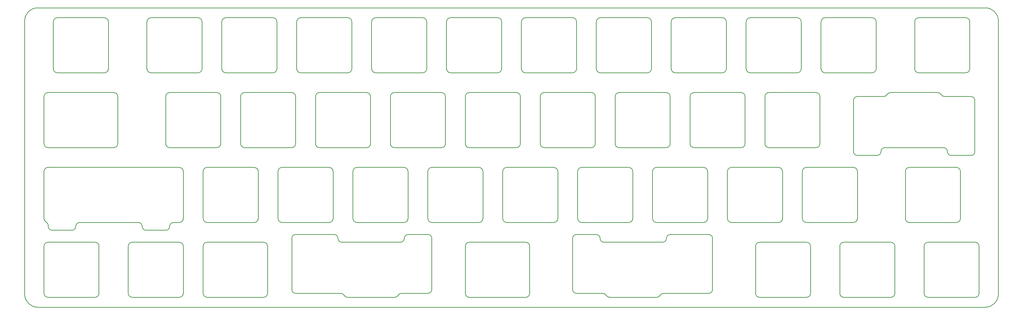
<source format=gbr>
%TF.GenerationSoftware,KiCad,Pcbnew,5.1.7-a382d34a8~88~ubuntu20.04.1*%
%TF.CreationDate,2021-04-20T00:24:46+02:00*%
%TF.ProjectId,romeo-plate,726f6d65-6f2d-4706-9c61-74652e6b6963,rev?*%
%TF.SameCoordinates,Original*%
%TF.FileFunction,Soldermask,Top*%
%TF.FilePolarity,Negative*%
%FSLAX46Y46*%
G04 Gerber Fmt 4.6, Leading zero omitted, Abs format (unit mm)*
G04 Created by KiCad (PCBNEW 5.1.7-a382d34a8~88~ubuntu20.04.1) date 2021-04-20 00:24:46*
%MOMM*%
%LPD*%
G01*
G04 APERTURE LIST*
%TA.AperFunction,Profile*%
%ADD10C,0.200000*%
%TD*%
%TA.AperFunction,Profile*%
%ADD11C,0.150000*%
%TD*%
G04 APERTURE END LIST*
D10*
X136725000Y-87775000D02*
X148725000Y-87775000D01*
X193875000Y-87775000D02*
X205875000Y-87775000D01*
X155775000Y-101775000D02*
G75*
G02*
X154775000Y-100775000I0J1000000D01*
G01*
X36655750Y-121825000D02*
G75*
G02*
X37655750Y-120825000I1000000J0D01*
G01*
X243015224Y-88275000D02*
G75*
G02*
X242149199Y-88775000I-866025J500000D01*
G01*
X116675000Y-100775000D02*
X116675000Y-88775000D01*
X234443250Y-102775000D02*
X234443250Y-89775000D01*
X46331250Y-101775000D02*
X29568750Y-101775000D01*
X28568750Y-100775000D02*
X28568750Y-88775000D01*
X215400000Y-120825000D02*
X203400000Y-120825000D01*
X158250000Y-120825000D02*
X146250000Y-120825000D01*
X116675000Y-88775000D02*
G75*
G02*
X117675000Y-87775000I1000000J0D01*
G01*
X196350000Y-106825000D02*
G75*
G02*
X197350000Y-107825000I0J-1000000D01*
G01*
X69050000Y-119825000D02*
X69050000Y-107825000D01*
X257613301Y-88775000D02*
X264319250Y-88775000D01*
X28568750Y-88775000D02*
G75*
G02*
X29568750Y-87775000I1000000J0D01*
G01*
X83050000Y-119825000D02*
G75*
G02*
X82050000Y-120825000I-1000000J0D01*
G01*
X139200000Y-106825000D02*
G75*
G02*
X140200000Y-107825000I0J-1000000D01*
G01*
X168775000Y-100775000D02*
G75*
G02*
X167775000Y-101775000I-1000000J0D01*
G01*
X208162500Y-82725000D02*
G75*
G02*
X207162500Y-81725000I0J1000000D01*
G01*
X111912500Y-81725000D02*
X111912500Y-69725000D01*
X186825000Y-87775000D02*
G75*
G02*
X187825000Y-88775000I0J-1000000D01*
G01*
X205875000Y-87775000D02*
G75*
G02*
X206875000Y-88775000I0J-1000000D01*
G01*
X240212500Y-81725000D02*
G75*
G02*
X239212500Y-82725000I-1000000J0D01*
G01*
X74812500Y-82725000D02*
G75*
G02*
X73812500Y-81725000I0J1000000D01*
G01*
X192875000Y-88775000D02*
G75*
G02*
X193875000Y-87775000I1000000J0D01*
G01*
X225925000Y-88775000D02*
X225925000Y-100775000D01*
X227212500Y-68725000D02*
X239212500Y-68725000D01*
X239212500Y-82725000D02*
X227212500Y-82725000D01*
X227212500Y-82725000D02*
G75*
G02*
X226212500Y-81725000I0J1000000D01*
G01*
X239212500Y-68725000D02*
G75*
G02*
X240212500Y-69725000I0J-1000000D01*
G01*
X241443250Y-102775000D02*
G75*
G02*
X240443250Y-103775000I-1000000J0D01*
G01*
X112912500Y-68725000D02*
X124912500Y-68725000D01*
X35655750Y-122825000D02*
X30655750Y-122825000D01*
X112912500Y-82725000D02*
G75*
G02*
X111912500Y-81725000I0J1000000D01*
G01*
X36655750Y-121825000D02*
G75*
G02*
X35655750Y-122825000I-1000000J0D01*
G01*
X264319250Y-103775000D02*
X259319250Y-103775000D01*
X235443250Y-88775000D02*
X242149199Y-88775000D01*
X149725000Y-100775000D02*
G75*
G02*
X148725000Y-101775000I-1000000J0D01*
G01*
X265319250Y-89775000D02*
X265319250Y-102775000D01*
X41568750Y-139875000D02*
X29568750Y-139875000D01*
X206875000Y-88775000D02*
X206875000Y-100775000D01*
X47331250Y-100775000D02*
G75*
G02*
X46331250Y-101775000I-1000000J0D01*
G01*
X183350000Y-119825000D02*
X183350000Y-107825000D01*
X216400000Y-107825000D02*
X216400000Y-119825000D01*
X89100000Y-106825000D02*
X101100000Y-106825000D01*
X130675000Y-100775000D02*
G75*
G02*
X129675000Y-101775000I-1000000J0D01*
G01*
X146250000Y-120825000D02*
G75*
G02*
X145250000Y-119825000I0J1000000D01*
G01*
X221162500Y-81725000D02*
G75*
G02*
X220162500Y-82725000I-1000000J0D01*
G01*
X120150000Y-120825000D02*
X108150000Y-120825000D01*
X126200000Y-119825000D02*
X126200000Y-107825000D01*
X146250000Y-106825000D02*
X158250000Y-106825000D01*
X224925000Y-87775000D02*
G75*
G02*
X225925000Y-88775000I0J-1000000D01*
G01*
X129675000Y-101775000D02*
X117675000Y-101775000D01*
X107150000Y-119825000D02*
X107150000Y-107825000D01*
X178300000Y-119825000D02*
G75*
G02*
X177300000Y-120825000I-1000000J0D01*
G01*
X129675000Y-87775000D02*
G75*
G02*
X130675000Y-88775000I0J-1000000D01*
G01*
X202400000Y-119825000D02*
X202400000Y-107825000D01*
X216400000Y-119825000D02*
G75*
G02*
X215400000Y-120825000I-1000000J0D01*
G01*
X211925000Y-88775000D02*
G75*
G02*
X212925000Y-87775000I1000000J0D01*
G01*
X120150000Y-106825000D02*
G75*
G02*
X121150000Y-107825000I0J-1000000D01*
G01*
X158250000Y-106825000D02*
G75*
G02*
X159250000Y-107825000I0J-1000000D01*
G01*
X108150000Y-120825000D02*
G75*
G02*
X107150000Y-119825000I0J1000000D01*
G01*
X121150000Y-119825000D02*
G75*
G02*
X120150000Y-120825000I-1000000J0D01*
G01*
X177300000Y-106825000D02*
G75*
G02*
X178300000Y-107825000I0J-1000000D01*
G01*
X145250000Y-119825000D02*
X145250000Y-107825000D01*
X202400000Y-107825000D02*
G75*
G02*
X203400000Y-106825000I1000000J0D01*
G01*
X108150000Y-106825000D02*
X120150000Y-106825000D01*
X212925000Y-87775000D02*
X224925000Y-87775000D01*
X117675000Y-101775000D02*
G75*
G02*
X116675000Y-100775000I0J1000000D01*
G01*
X117675000Y-87775000D02*
X129675000Y-87775000D01*
X145250000Y-107825000D02*
G75*
G02*
X146250000Y-106825000I1000000J0D01*
G01*
X173825000Y-88775000D02*
G75*
G02*
X174825000Y-87775000I1000000J0D01*
G01*
X215400000Y-106825000D02*
G75*
G02*
X216400000Y-107825000I0J-1000000D01*
G01*
X107150000Y-107825000D02*
G75*
G02*
X108150000Y-106825000I1000000J0D01*
G01*
X102100000Y-119825000D02*
G75*
G02*
X101100000Y-120825000I-1000000J0D01*
G01*
X140200000Y-119825000D02*
G75*
G02*
X139200000Y-120825000I-1000000J0D01*
G01*
X139200000Y-120825000D02*
X127200000Y-120825000D01*
X203400000Y-106825000D02*
X215400000Y-106825000D01*
X130675000Y-88775000D02*
X130675000Y-100775000D01*
X220162500Y-82725000D02*
X208162500Y-82725000D01*
X140200000Y-107825000D02*
X140200000Y-119825000D01*
X102100000Y-107825000D02*
X102100000Y-119825000D01*
X127200000Y-120825000D02*
G75*
G02*
X126200000Y-119825000I0J1000000D01*
G01*
X29568750Y-87775000D02*
X46331250Y-87775000D01*
X148725000Y-87775000D02*
G75*
G02*
X149725000Y-88775000I0J-1000000D01*
G01*
X164300000Y-119825000D02*
X164300000Y-107825000D01*
X29568750Y-101775000D02*
G75*
G02*
X28568750Y-100775000I0J1000000D01*
G01*
X264319250Y-88775000D02*
G75*
G02*
X265319250Y-89775000I0J-1000000D01*
G01*
X86812500Y-82725000D02*
X74812500Y-82725000D01*
X167775000Y-101775000D02*
X155775000Y-101775000D01*
X197350000Y-107825000D02*
X197350000Y-119825000D01*
X46331250Y-87775000D02*
G75*
G02*
X47331250Y-88775000I0J-1000000D01*
G01*
X124912500Y-68725000D02*
G75*
G02*
X125912500Y-69725000I0J-1000000D01*
G01*
X28568750Y-138875000D02*
X28568750Y-126875000D01*
X111912500Y-69725000D02*
G75*
G02*
X112912500Y-68725000I1000000J0D01*
G01*
X193875000Y-101775000D02*
G75*
G02*
X192875000Y-100775000I0J1000000D01*
G01*
X28568750Y-126875000D02*
G75*
G02*
X29568750Y-125875000I1000000J0D01*
G01*
X88100000Y-119825000D02*
X88100000Y-107825000D01*
X168775000Y-88775000D02*
X168775000Y-100775000D01*
X224925000Y-101775000D02*
X212925000Y-101775000D01*
X255881250Y-87774999D02*
G75*
G02*
X256747276Y-88275000I0J-1000001D01*
G01*
X159250000Y-107825000D02*
X159250000Y-119825000D01*
X29568750Y-139875000D02*
G75*
G02*
X28568750Y-138875000I0J1000000D01*
G01*
X178300000Y-107825000D02*
X178300000Y-119825000D01*
X41568750Y-125875000D02*
G75*
G02*
X42568750Y-126875000I0J-1000000D01*
G01*
X177300000Y-120825000D02*
X165300000Y-120825000D01*
X73812500Y-81725000D02*
X73812500Y-69725000D01*
X197350000Y-119825000D02*
G75*
G02*
X196350000Y-120825000I-1000000J0D01*
G01*
X186825000Y-101775000D02*
X174825000Y-101775000D01*
X42568750Y-126875000D02*
X42568750Y-138875000D01*
X226212500Y-81725000D02*
X226212500Y-69725000D01*
X82050000Y-106825000D02*
G75*
G02*
X83050000Y-107825000I0J-1000000D01*
G01*
X73525000Y-100775000D02*
G75*
G02*
X72525000Y-101775000I-1000000J0D01*
G01*
X127206750Y-124875000D02*
X127206750Y-137875000D01*
X60525000Y-101775000D02*
G75*
G02*
X59525000Y-100775000I0J1000000D01*
G01*
X73525000Y-88775000D02*
X73525000Y-100775000D01*
X72525000Y-87775000D02*
G75*
G02*
X73525000Y-88775000I0J-1000000D01*
G01*
X60525000Y-87775000D02*
X72525000Y-87775000D01*
X264025000Y-81725000D02*
G75*
G02*
X263025000Y-82725000I-1000000J0D01*
G01*
X72525000Y-101775000D02*
X60525000Y-101775000D01*
X231975000Y-125875000D02*
X243975000Y-125875000D01*
X54762500Y-69725000D02*
G75*
G02*
X55762500Y-68725000I1000000J0D01*
G01*
X111625000Y-88775000D02*
X111625000Y-100775000D01*
X104330750Y-125875000D02*
X119206750Y-125875000D01*
X97625000Y-88775000D02*
G75*
G02*
X98625000Y-87775000I1000000J0D01*
G01*
X104036699Y-138874999D02*
G75*
G02*
X104902725Y-139375000I0J-1000001D01*
G01*
X98625000Y-87775000D02*
X110625000Y-87775000D01*
X110625000Y-87775000D02*
G75*
G02*
X111625000Y-88775000I0J-1000000D01*
G01*
X55762500Y-68725000D02*
X67762500Y-68725000D01*
X111625000Y-100775000D02*
G75*
G02*
X110625000Y-101775000I-1000000J0D01*
G01*
X172443750Y-139875000D02*
G75*
G02*
X171577725Y-139375000I0J1000000D01*
G01*
X202112500Y-81725000D02*
G75*
G02*
X201112500Y-82725000I-1000000J0D01*
G01*
X91575000Y-87775000D02*
G75*
G02*
X92575000Y-88775000I0J-1000000D01*
G01*
X55762500Y-82725000D02*
G75*
G02*
X54762500Y-81725000I0J1000000D01*
G01*
X183062500Y-81725000D02*
G75*
G02*
X182062500Y-82725000I-1000000J0D01*
G01*
X106862500Y-69725000D02*
X106862500Y-81725000D01*
X110625000Y-101775000D02*
X98625000Y-101775000D01*
X84431250Y-139875000D02*
X70050000Y-139875000D01*
X126206750Y-123875000D02*
G75*
G02*
X127206750Y-124875000I0J-1000000D01*
G01*
X68762500Y-69725000D02*
X68762500Y-81725000D01*
X52531750Y-120825000D02*
G75*
G02*
X53531750Y-121825000I0J-1000000D01*
G01*
X104036699Y-138875000D02*
X92606250Y-138875000D01*
X106862500Y-81725000D02*
G75*
G02*
X105862500Y-82725000I-1000000J0D01*
G01*
X98625000Y-101775000D02*
G75*
G02*
X97625000Y-100775000I0J1000000D01*
G01*
X163005750Y-124875000D02*
G75*
G02*
X164005750Y-123875000I1000000J0D01*
G01*
X151012500Y-68725000D02*
X163012500Y-68725000D01*
X121150000Y-107825000D02*
X121150000Y-119825000D01*
X226212500Y-69725000D02*
G75*
G02*
X227212500Y-68725000I1000000J0D01*
G01*
X31950000Y-68725000D02*
X43950000Y-68725000D01*
X201112500Y-68725000D02*
G75*
G02*
X202112500Y-69725000I0J-1000000D01*
G01*
X105862500Y-82725000D02*
X93862500Y-82725000D01*
X163005750Y-137875000D02*
X163005750Y-124875000D01*
X222450000Y-120825000D02*
G75*
G02*
X221450000Y-119825000I0J1000000D01*
G01*
X118634776Y-139375000D02*
G75*
G02*
X119500801Y-138875000I866025J-500000D01*
G01*
X84431250Y-125875000D02*
G75*
G02*
X85431250Y-126875000I0J-1000000D01*
G01*
X43950000Y-82725000D02*
X31950000Y-82725000D01*
X184350000Y-120825000D02*
G75*
G02*
X183350000Y-119825000I0J1000000D01*
G01*
X211925000Y-100775000D02*
X211925000Y-88775000D01*
X263025000Y-82725000D02*
X251025000Y-82725000D01*
X59525000Y-100775000D02*
X59525000Y-88775000D01*
X83050000Y-107825000D02*
X83050000Y-119825000D01*
X54762500Y-81725000D02*
X54762500Y-69725000D01*
X97625000Y-100775000D02*
X97625000Y-88775000D01*
X221162500Y-69725000D02*
X221162500Y-81725000D01*
X187825000Y-88775000D02*
X187825000Y-100775000D01*
X143962500Y-82725000D02*
X131962500Y-82725000D01*
X43950000Y-68725000D02*
G75*
G02*
X44950000Y-69725000I0J-1000000D01*
G01*
X252406250Y-126875000D02*
G75*
G02*
X253406250Y-125875000I1000000J0D01*
G01*
X253406250Y-125875000D02*
X265406250Y-125875000D01*
X135725000Y-138875000D02*
X135725000Y-126875000D01*
X164012500Y-81725000D02*
G75*
G02*
X163012500Y-82725000I-1000000J0D01*
G01*
X67762500Y-82725000D02*
X55762500Y-82725000D01*
X174825000Y-101775000D02*
G75*
G02*
X173825000Y-100775000I0J1000000D01*
G01*
X101100000Y-106825000D02*
G75*
G02*
X102100000Y-107825000I0J-1000000D01*
G01*
X251025000Y-82725000D02*
G75*
G02*
X250025000Y-81725000I0J1000000D01*
G01*
X79575000Y-101775000D02*
G75*
G02*
X78575000Y-100775000I0J1000000D01*
G01*
X173825000Y-100775000D02*
X173825000Y-88775000D01*
X207162500Y-81725000D02*
X207162500Y-69725000D01*
X250025000Y-81725000D02*
X250025000Y-69725000D01*
X135725000Y-88775000D02*
G75*
G02*
X136725000Y-87775000I1000000J0D01*
G01*
X235450000Y-107825000D02*
X235450000Y-119825000D01*
X169062500Y-69725000D02*
G75*
G02*
X170062500Y-68725000I1000000J0D01*
G01*
X265406250Y-125875000D02*
G75*
G02*
X266406250Y-126875000I0J-1000000D01*
G01*
X205875000Y-101775000D02*
X193875000Y-101775000D01*
X183062500Y-69725000D02*
X183062500Y-81725000D01*
X212925000Y-101775000D02*
G75*
G02*
X211925000Y-100775000I0J1000000D01*
G01*
X182062500Y-82725000D02*
X170062500Y-82725000D01*
X92575000Y-88775000D02*
X92575000Y-100775000D01*
X92606250Y-123875000D02*
X102330750Y-123875000D01*
X231975000Y-139875000D02*
G75*
G02*
X230975000Y-138875000I0J1000000D01*
G01*
X192875000Y-100775000D02*
X192875000Y-88775000D01*
X29568750Y-125875000D02*
X41568750Y-125875000D01*
X266406250Y-126875000D02*
X266406250Y-138875000D01*
X266406250Y-138875000D02*
G75*
G02*
X265406250Y-139875000I-1000000J0D01*
G01*
X243881250Y-87775000D02*
X255881250Y-87775000D01*
X165300000Y-120825000D02*
G75*
G02*
X164300000Y-119825000I0J1000000D01*
G01*
X60531750Y-121825000D02*
G75*
G02*
X61531750Y-120825000I1000000J0D01*
G01*
X63000000Y-106825000D02*
G75*
G02*
X64000000Y-107825000I0J-1000000D01*
G01*
X170062500Y-82725000D02*
G75*
G02*
X169062500Y-81725000I0J1000000D01*
G01*
X85431250Y-126875000D02*
X85431250Y-138875000D01*
X136725000Y-139875000D02*
G75*
G02*
X135725000Y-138875000I0J1000000D01*
G01*
X60531750Y-121825000D02*
G75*
G02*
X59531750Y-122825000I-1000000J0D01*
G01*
X28568750Y-107825000D02*
G75*
G02*
X29568750Y-106825000I1000000J0D01*
G01*
X210543750Y-125875000D02*
X222543750Y-125875000D01*
X171005750Y-125875000D02*
X185881750Y-125875000D01*
X252406250Y-138875000D02*
X252406250Y-126875000D01*
X197606250Y-123875000D02*
G75*
G02*
X198606250Y-124875000I0J-1000000D01*
G01*
X63000000Y-125875000D02*
G75*
G02*
X64000000Y-126875000I0J-1000000D01*
G01*
X135725000Y-126875000D02*
G75*
G02*
X136725000Y-125875000I1000000J0D01*
G01*
X144962500Y-69725000D02*
X144962500Y-81725000D01*
X59525000Y-88775000D02*
G75*
G02*
X60525000Y-87775000I1000000J0D01*
G01*
X164012500Y-69725000D02*
X164012500Y-81725000D01*
X264025000Y-69725000D02*
X264025000Y-81725000D01*
X207162500Y-69725000D02*
G75*
G02*
X208162500Y-68725000I1000000J0D01*
G01*
X247643750Y-107825000D02*
G75*
G02*
X248643750Y-106825000I1000000J0D01*
G01*
X78575000Y-88775000D02*
G75*
G02*
X79575000Y-87775000I1000000J0D01*
G01*
X169062500Y-81725000D02*
X169062500Y-69725000D01*
X263025000Y-68725000D02*
G75*
G02*
X264025000Y-69725000I0J-1000000D01*
G01*
X92575000Y-100775000D02*
G75*
G02*
X91575000Y-101775000I-1000000J0D01*
G01*
X247643750Y-119825000D02*
X247643750Y-107825000D01*
X152106250Y-138875000D02*
G75*
G02*
X151106250Y-139875000I-1000000J0D01*
G01*
X91606250Y-137875000D02*
X91606250Y-124875000D01*
X74812500Y-68725000D02*
X86812500Y-68725000D01*
X225925000Y-100775000D02*
G75*
G02*
X224925000Y-101775000I-1000000J0D01*
G01*
X251025000Y-68725000D02*
X263025000Y-68725000D01*
X230975000Y-126875000D02*
G75*
G02*
X231975000Y-125875000I1000000J0D01*
G01*
X143962500Y-68725000D02*
G75*
G02*
X144962500Y-69725000I0J-1000000D01*
G01*
X87812500Y-81725000D02*
G75*
G02*
X86812500Y-82725000I-1000000J0D01*
G01*
X30950000Y-69725000D02*
G75*
G02*
X31950000Y-68725000I1000000J0D01*
G01*
X184443750Y-139875000D02*
X172443750Y-139875000D01*
X88100000Y-107825000D02*
G75*
G02*
X89100000Y-106825000I1000000J0D01*
G01*
X63000000Y-120825000D02*
X61531750Y-120825000D01*
X47331250Y-88775000D02*
X47331250Y-100775000D01*
X250025000Y-69725000D02*
G75*
G02*
X251025000Y-68725000I1000000J0D01*
G01*
X29568750Y-106825000D02*
X63000000Y-106825000D01*
X50000000Y-126875000D02*
G75*
G02*
X51000000Y-125875000I1000000J0D01*
G01*
X244975000Y-126875000D02*
X244975000Y-138875000D01*
X174825000Y-87775000D02*
X186825000Y-87775000D01*
X87812500Y-69725000D02*
X87812500Y-81725000D01*
X86812500Y-68725000D02*
G75*
G02*
X87812500Y-69725000I0J-1000000D01*
G01*
X243975000Y-125875000D02*
G75*
G02*
X244975000Y-126875000I0J-1000000D01*
G01*
X222450000Y-106825000D02*
X234450000Y-106825000D01*
X70050000Y-106825000D02*
X82050000Y-106825000D01*
X104330750Y-125875000D02*
G75*
G02*
X103330750Y-124875000I0J1000000D01*
G01*
X73812500Y-69725000D02*
G75*
G02*
X74812500Y-68725000I1000000J0D01*
G01*
X151012500Y-82725000D02*
G75*
G02*
X150012500Y-81725000I0J1000000D01*
G01*
X64000000Y-107825000D02*
X64000000Y-119825000D01*
X149725000Y-88775000D02*
X149725000Y-100775000D01*
X170062500Y-68725000D02*
X182062500Y-68725000D01*
X91606250Y-124875000D02*
G75*
G02*
X92606250Y-123875000I1000000J0D01*
G01*
X79575000Y-87775000D02*
X91575000Y-87775000D01*
X59531750Y-122825000D02*
X54531750Y-122825000D01*
X101100000Y-120825000D02*
X89100000Y-120825000D01*
X265319250Y-102775000D02*
G75*
G02*
X264319250Y-103775000I-1000000J0D01*
G01*
X196350000Y-120825000D02*
X184350000Y-120825000D01*
X125912500Y-69725000D02*
X125912500Y-81725000D01*
X125912500Y-81725000D02*
G75*
G02*
X124912500Y-82725000I-1000000J0D01*
G01*
X54531750Y-122825000D02*
G75*
G02*
X53531750Y-121825000I0J1000000D01*
G01*
X29112250Y-120714724D02*
G75*
G02*
X29655750Y-121604447I-456500J-889723D01*
G01*
X257613301Y-88775000D02*
G75*
G02*
X256747276Y-88275000I0J1000000D01*
G01*
X241443250Y-102775000D02*
G75*
G02*
X242443250Y-101775000I1000000J0D01*
G01*
X257319250Y-101775000D02*
X242443250Y-101775000D01*
X240443250Y-103775000D02*
X235443250Y-103775000D01*
X234443250Y-89775000D02*
G75*
G02*
X235443250Y-88775000I1000000J0D01*
G01*
X259319250Y-103775000D02*
G75*
G02*
X258319250Y-102775000I0J1000000D01*
G01*
X240212500Y-69725000D02*
X240212500Y-81725000D01*
X167775000Y-87775000D02*
G75*
G02*
X168775000Y-88775000I0J-1000000D01*
G01*
X203400000Y-120825000D02*
G75*
G02*
X202400000Y-119825000I0J1000000D01*
G01*
X187881750Y-123875000D02*
X197606250Y-123875000D01*
X235443250Y-103775000D02*
G75*
G02*
X234443250Y-102775000I0J1000000D01*
G01*
X187825000Y-100775000D02*
G75*
G02*
X186825000Y-101775000I-1000000J0D01*
G01*
X82050000Y-120825000D02*
X70050000Y-120825000D01*
X28568750Y-119825000D02*
X28568750Y-107825000D01*
X69050000Y-107825000D02*
G75*
G02*
X70050000Y-106825000I1000000J0D01*
G01*
X257319250Y-101775000D02*
G75*
G02*
X258319250Y-102775000I0J-1000000D01*
G01*
X164300000Y-107825000D02*
G75*
G02*
X165300000Y-106825000I1000000J0D01*
G01*
X189112500Y-68725000D02*
X201112500Y-68725000D01*
X220162500Y-68725000D02*
G75*
G02*
X221162500Y-69725000I0J-1000000D01*
G01*
X69050000Y-138875000D02*
X69050000Y-126875000D01*
X93862500Y-82725000D02*
G75*
G02*
X92862500Y-81725000I0J1000000D01*
G01*
X184350000Y-106825000D02*
X196350000Y-106825000D01*
X222543750Y-139875000D02*
X210543750Y-139875000D01*
X163012500Y-68725000D02*
G75*
G02*
X164012500Y-69725000I0J-1000000D01*
G01*
X202112500Y-69725000D02*
X202112500Y-81725000D01*
X64000000Y-126875000D02*
X64000000Y-138875000D01*
X51000000Y-125875000D02*
X63000000Y-125875000D01*
X70050000Y-125875000D02*
X84431250Y-125875000D01*
X170711699Y-138874999D02*
G75*
G02*
X171577725Y-139375000I0J-1000001D01*
G01*
X210543750Y-139875000D02*
G75*
G02*
X209543750Y-138875000I0J1000000D01*
G01*
X152106250Y-126875000D02*
X152106250Y-138875000D01*
X144962500Y-81725000D02*
G75*
G02*
X143962500Y-82725000I-1000000J0D01*
G01*
X51000000Y-139875000D02*
G75*
G02*
X50000000Y-138875000I0J1000000D01*
G01*
X92606250Y-138875000D02*
G75*
G02*
X91606250Y-137875000I0J1000000D01*
G01*
X92862500Y-69725000D02*
G75*
G02*
X93862500Y-68725000I1000000J0D01*
G01*
X126206750Y-138875000D02*
X119500801Y-138875000D01*
X209543750Y-138875000D02*
X209543750Y-126875000D01*
X93862500Y-68725000D02*
X105862500Y-68725000D01*
X248643750Y-106825000D02*
X260643750Y-106825000D01*
X155775000Y-87775000D02*
X167775000Y-87775000D01*
X197606250Y-138875000D02*
X186175801Y-138875000D01*
X201112500Y-82725000D02*
X189112500Y-82725000D01*
X170711699Y-138875000D02*
X164005750Y-138875000D01*
X105768750Y-139875000D02*
G75*
G02*
X104902725Y-139375000I0J1000000D01*
G01*
X235450000Y-119825000D02*
G75*
G02*
X234450000Y-120825000I-1000000J0D01*
G01*
X64000000Y-119825000D02*
G75*
G02*
X63000000Y-120825000I-1000000J0D01*
G01*
X188112500Y-69725000D02*
G75*
G02*
X189112500Y-68725000I1000000J0D01*
G01*
X89100000Y-120825000D02*
G75*
G02*
X88100000Y-119825000I0J1000000D01*
G01*
X150012500Y-81725000D02*
X150012500Y-69725000D01*
X261643750Y-107825000D02*
X261643750Y-119825000D01*
X78575000Y-100775000D02*
X78575000Y-88775000D01*
X121206750Y-123875000D02*
X126206750Y-123875000D01*
X29112250Y-120714723D02*
G75*
G02*
X28568750Y-119825000I456500J889723D01*
G01*
X42568750Y-138875000D02*
G75*
G02*
X41568750Y-139875000I-1000000J0D01*
G01*
X221450000Y-107825000D02*
G75*
G02*
X222450000Y-106825000I1000000J0D01*
G01*
X69050000Y-126875000D02*
G75*
G02*
X70050000Y-125875000I1000000J0D01*
G01*
X223543750Y-138875000D02*
G75*
G02*
X222543750Y-139875000I-1000000J0D01*
G01*
X85431250Y-138875000D02*
G75*
G02*
X84431250Y-139875000I-1000000J0D01*
G01*
X163012500Y-82725000D02*
X151012500Y-82725000D01*
X151106250Y-139875000D02*
X136725000Y-139875000D01*
X131962500Y-68725000D02*
X143962500Y-68725000D01*
X234450000Y-120825000D02*
X222450000Y-120825000D01*
X198606250Y-137875000D02*
G75*
G02*
X197606250Y-138875000I-1000000J0D01*
G01*
X151106250Y-125875000D02*
G75*
G02*
X152106250Y-126875000I0J-1000000D01*
G01*
X136725000Y-125875000D02*
X151106250Y-125875000D01*
X164005750Y-123875000D02*
X169005750Y-123875000D01*
X182062500Y-68725000D02*
G75*
G02*
X183062500Y-69725000I0J-1000000D01*
G01*
X67762500Y-68725000D02*
G75*
G02*
X68762500Y-69725000I0J-1000000D01*
G01*
X185309776Y-139375000D02*
G75*
G02*
X186175801Y-138875000I866025J-500000D01*
G01*
X248643750Y-120825000D02*
G75*
G02*
X247643750Y-119825000I0J1000000D01*
G01*
X124912500Y-82725000D02*
X112912500Y-82725000D01*
X234450000Y-106825000D02*
G75*
G02*
X235450000Y-107825000I0J-1000000D01*
G01*
X260643750Y-120825000D02*
X248643750Y-120825000D01*
X222543750Y-125875000D02*
G75*
G02*
X223543750Y-126875000I0J-1000000D01*
G01*
X31950000Y-82725000D02*
G75*
G02*
X30950000Y-81725000I0J1000000D01*
G01*
X105862500Y-68725000D02*
G75*
G02*
X106862500Y-69725000I0J-1000000D01*
G01*
X117768750Y-139875000D02*
X105768750Y-139875000D01*
X165300000Y-106825000D02*
X177300000Y-106825000D01*
X120206750Y-124875000D02*
G75*
G02*
X121206750Y-123875000I1000000J0D01*
G01*
X150012500Y-69725000D02*
G75*
G02*
X151012500Y-68725000I1000000J0D01*
G01*
X265406250Y-139875000D02*
X253406250Y-139875000D01*
X154775000Y-88775000D02*
G75*
G02*
X155775000Y-87775000I1000000J0D01*
G01*
X261643750Y-119825000D02*
G75*
G02*
X260643750Y-120825000I-1000000J0D01*
G01*
X260643750Y-106825000D02*
G75*
G02*
X261643750Y-107825000I0J-1000000D01*
G01*
X189112500Y-82725000D02*
G75*
G02*
X188112500Y-81725000I0J1000000D01*
G01*
X221450000Y-119825000D02*
X221450000Y-107825000D01*
X63000000Y-139875000D02*
X51000000Y-139875000D01*
X120206750Y-124875000D02*
G75*
G02*
X119206750Y-125875000I-1000000J0D01*
G01*
X171005750Y-125875000D02*
G75*
G02*
X170005750Y-124875000I0J1000000D01*
G01*
X206875000Y-100775000D02*
G75*
G02*
X205875000Y-101775000I-1000000J0D01*
G01*
X198606250Y-124875000D02*
X198606250Y-137875000D01*
X209543750Y-126875000D02*
G75*
G02*
X210543750Y-125875000I1000000J0D01*
G01*
X130962500Y-69725000D02*
G75*
G02*
X131962500Y-68725000I1000000J0D01*
G01*
X44950000Y-69725000D02*
X44950000Y-81725000D01*
X30655750Y-122825000D02*
G75*
G02*
X29655750Y-121825000I0J1000000D01*
G01*
X185309775Y-139375000D02*
G75*
G02*
X184443750Y-139875000I-866025J500000D01*
G01*
X253406250Y-139875000D02*
G75*
G02*
X252406250Y-138875000I0J1000000D01*
G01*
X44950000Y-81725000D02*
G75*
G02*
X43950000Y-82725000I-1000000J0D01*
G01*
X223543750Y-126875000D02*
X223543750Y-138875000D01*
X52531750Y-120825000D02*
X37655750Y-120825000D01*
X148725000Y-101775000D02*
X136725000Y-101775000D01*
X244975000Y-138875000D02*
G75*
G02*
X243975000Y-139875000I-1000000J0D01*
G01*
X126200000Y-107825000D02*
G75*
G02*
X127200000Y-106825000I1000000J0D01*
G01*
X230975000Y-138875000D02*
X230975000Y-126875000D01*
X131962500Y-82725000D02*
G75*
G02*
X130962500Y-81725000I0J1000000D01*
G01*
X30950000Y-81725000D02*
X30950000Y-69725000D01*
X70050000Y-139875000D02*
G75*
G02*
X69050000Y-138875000I0J1000000D01*
G01*
X91575000Y-101775000D02*
X79575000Y-101775000D01*
X130962500Y-81725000D02*
X130962500Y-69725000D01*
X102330750Y-123875000D02*
G75*
G02*
X103330750Y-124875000I0J-1000000D01*
G01*
X243975000Y-139875000D02*
X231975000Y-139875000D01*
X183350000Y-107825000D02*
G75*
G02*
X184350000Y-106825000I1000000J0D01*
G01*
X118634775Y-139375000D02*
G75*
G02*
X117768750Y-139875000I-866025J500000D01*
G01*
X50000000Y-138875000D02*
X50000000Y-126875000D01*
X127206750Y-137875000D02*
G75*
G02*
X126206750Y-138875000I-1000000J0D01*
G01*
X186881750Y-124875000D02*
G75*
G02*
X187881750Y-123875000I1000000J0D01*
G01*
X243015225Y-88275000D02*
G75*
G02*
X243881250Y-87775000I866025J-500000D01*
G01*
X208162500Y-68725000D02*
X220162500Y-68725000D01*
X64000000Y-138875000D02*
G75*
G02*
X63000000Y-139875000I-1000000J0D01*
G01*
X92862500Y-81725000D02*
X92862500Y-69725000D01*
X164005750Y-138875000D02*
G75*
G02*
X163005750Y-137875000I0J1000000D01*
G01*
X29655750Y-121825000D02*
X29655750Y-121604447D01*
X68762500Y-81725000D02*
G75*
G02*
X67762500Y-82725000I-1000000J0D01*
G01*
X169005750Y-123875000D02*
G75*
G02*
X170005750Y-124875000I0J-1000000D01*
G01*
X188112500Y-81725000D02*
X188112500Y-69725000D01*
X186881750Y-124875000D02*
G75*
G02*
X185881750Y-125875000I-1000000J0D01*
G01*
X135725000Y-100775000D02*
X135725000Y-88775000D01*
X154775000Y-100775000D02*
X154775000Y-88775000D01*
X159250000Y-119825000D02*
G75*
G02*
X158250000Y-120825000I-1000000J0D01*
G01*
X70050000Y-120825000D02*
G75*
G02*
X69050000Y-119825000I0J1000000D01*
G01*
X127200000Y-106825000D02*
X139200000Y-106825000D01*
X136725000Y-101775000D02*
G75*
G02*
X135725000Y-100775000I0J1000000D01*
G01*
D11*
X23653751Y-69508809D02*
G75*
G02*
X26957810Y-66198750I3307059J3000D01*
G01*
X267993691Y-66198751D02*
G75*
G02*
X271303750Y-69502810I3000J-3307059D01*
G01*
X26957810Y-66198750D02*
X267993691Y-66198751D01*
X271303749Y-139088691D02*
X271303750Y-69502810D01*
X23653751Y-69508809D02*
X23653750Y-139096750D01*
X26963809Y-142400809D02*
X267999690Y-142398750D01*
X271303749Y-139088691D02*
G75*
G02*
X267999690Y-142398750I-3307059J-3000D01*
G01*
X26963809Y-142400809D02*
G75*
G02*
X23653750Y-139096750I-3000J3307059D01*
G01*
D10*
X136725000Y-87775000D02*
X148725000Y-87775000D01*
X193875000Y-87775000D02*
X205875000Y-87775000D01*
X155775000Y-101775000D02*
G75*
G02*
X154775000Y-100775000I0J1000000D01*
G01*
X36655750Y-121825000D02*
G75*
G02*
X37655750Y-120825000I1000000J0D01*
G01*
X243015224Y-88275000D02*
G75*
G02*
X242149199Y-88775000I-866025J500000D01*
G01*
X116675000Y-100775000D02*
X116675000Y-88775000D01*
X234443250Y-102775000D02*
X234443250Y-89775000D01*
X46331250Y-101775000D02*
X29568750Y-101775000D01*
X28568750Y-100775000D02*
X28568750Y-88775000D01*
X215400000Y-120825000D02*
X203400000Y-120825000D01*
X158250000Y-120825000D02*
X146250000Y-120825000D01*
X116675000Y-88775000D02*
G75*
G02*
X117675000Y-87775000I1000000J0D01*
G01*
X196350000Y-106825000D02*
G75*
G02*
X197350000Y-107825000I0J-1000000D01*
G01*
X69050000Y-119825000D02*
X69050000Y-107825000D01*
X257613301Y-88775000D02*
X264319250Y-88775000D01*
X28568750Y-88775000D02*
G75*
G02*
X29568750Y-87775000I1000000J0D01*
G01*
X83050000Y-119825000D02*
G75*
G02*
X82050000Y-120825000I-1000000J0D01*
G01*
X139200000Y-106825000D02*
G75*
G02*
X140200000Y-107825000I0J-1000000D01*
G01*
X168775000Y-100775000D02*
G75*
G02*
X167775000Y-101775000I-1000000J0D01*
G01*
X208162500Y-82725000D02*
G75*
G02*
X207162500Y-81725000I0J1000000D01*
G01*
X111912500Y-81725000D02*
X111912500Y-69725000D01*
X186825000Y-87775000D02*
G75*
G02*
X187825000Y-88775000I0J-1000000D01*
G01*
X205875000Y-87775000D02*
G75*
G02*
X206875000Y-88775000I0J-1000000D01*
G01*
X240212500Y-81725000D02*
G75*
G02*
X239212500Y-82725000I-1000000J0D01*
G01*
X74812500Y-82725000D02*
G75*
G02*
X73812500Y-81725000I0J1000000D01*
G01*
X192875000Y-88775000D02*
G75*
G02*
X193875000Y-87775000I1000000J0D01*
G01*
X225925000Y-88775000D02*
X225925000Y-100775000D01*
X227212500Y-68725000D02*
X239212500Y-68725000D01*
X239212500Y-82725000D02*
X227212500Y-82725000D01*
X227212500Y-82725000D02*
G75*
G02*
X226212500Y-81725000I0J1000000D01*
G01*
X239212500Y-68725000D02*
G75*
G02*
X240212500Y-69725000I0J-1000000D01*
G01*
X241443250Y-102775000D02*
G75*
G02*
X240443250Y-103775000I-1000000J0D01*
G01*
X112912500Y-68725000D02*
X124912500Y-68725000D01*
X35655750Y-122825000D02*
X30655750Y-122825000D01*
X112912500Y-82725000D02*
G75*
G02*
X111912500Y-81725000I0J1000000D01*
G01*
X36655750Y-121825000D02*
G75*
G02*
X35655750Y-122825000I-1000000J0D01*
G01*
X264319250Y-103775000D02*
X259319250Y-103775000D01*
X235443250Y-88775000D02*
X242149199Y-88775000D01*
X149725000Y-100775000D02*
G75*
G02*
X148725000Y-101775000I-1000000J0D01*
G01*
X265319250Y-89775000D02*
X265319250Y-102775000D01*
X41568750Y-139875000D02*
X29568750Y-139875000D01*
X206875000Y-88775000D02*
X206875000Y-100775000D01*
X47331250Y-100775000D02*
G75*
G02*
X46331250Y-101775000I-1000000J0D01*
G01*
X183350000Y-119825000D02*
X183350000Y-107825000D01*
X216400000Y-107825000D02*
X216400000Y-119825000D01*
X89100000Y-106825000D02*
X101100000Y-106825000D01*
X130675000Y-100775000D02*
G75*
G02*
X129675000Y-101775000I-1000000J0D01*
G01*
X146250000Y-120825000D02*
G75*
G02*
X145250000Y-119825000I0J1000000D01*
G01*
X221162500Y-81725000D02*
G75*
G02*
X220162500Y-82725000I-1000000J0D01*
G01*
X120150000Y-120825000D02*
X108150000Y-120825000D01*
X126200000Y-119825000D02*
X126200000Y-107825000D01*
X146250000Y-106825000D02*
X158250000Y-106825000D01*
X224925000Y-87775000D02*
G75*
G02*
X225925000Y-88775000I0J-1000000D01*
G01*
X129675000Y-101775000D02*
X117675000Y-101775000D01*
X107150000Y-119825000D02*
X107150000Y-107825000D01*
X178300000Y-119825000D02*
G75*
G02*
X177300000Y-120825000I-1000000J0D01*
G01*
X129675000Y-87775000D02*
G75*
G02*
X130675000Y-88775000I0J-1000000D01*
G01*
X202400000Y-119825000D02*
X202400000Y-107825000D01*
X216400000Y-119825000D02*
G75*
G02*
X215400000Y-120825000I-1000000J0D01*
G01*
X211925000Y-88775000D02*
G75*
G02*
X212925000Y-87775000I1000000J0D01*
G01*
X120150000Y-106825000D02*
G75*
G02*
X121150000Y-107825000I0J-1000000D01*
G01*
X158250000Y-106825000D02*
G75*
G02*
X159250000Y-107825000I0J-1000000D01*
G01*
X108150000Y-120825000D02*
G75*
G02*
X107150000Y-119825000I0J1000000D01*
G01*
X121150000Y-119825000D02*
G75*
G02*
X120150000Y-120825000I-1000000J0D01*
G01*
X177300000Y-106825000D02*
G75*
G02*
X178300000Y-107825000I0J-1000000D01*
G01*
X145250000Y-119825000D02*
X145250000Y-107825000D01*
X202400000Y-107825000D02*
G75*
G02*
X203400000Y-106825000I1000000J0D01*
G01*
X108150000Y-106825000D02*
X120150000Y-106825000D01*
X212925000Y-87775000D02*
X224925000Y-87775000D01*
X117675000Y-101775000D02*
G75*
G02*
X116675000Y-100775000I0J1000000D01*
G01*
X117675000Y-87775000D02*
X129675000Y-87775000D01*
X145250000Y-107825000D02*
G75*
G02*
X146250000Y-106825000I1000000J0D01*
G01*
X173825000Y-88775000D02*
G75*
G02*
X174825000Y-87775000I1000000J0D01*
G01*
X215400000Y-106825000D02*
G75*
G02*
X216400000Y-107825000I0J-1000000D01*
G01*
X107150000Y-107825000D02*
G75*
G02*
X108150000Y-106825000I1000000J0D01*
G01*
X102100000Y-119825000D02*
G75*
G02*
X101100000Y-120825000I-1000000J0D01*
G01*
X140200000Y-119825000D02*
G75*
G02*
X139200000Y-120825000I-1000000J0D01*
G01*
X139200000Y-120825000D02*
X127200000Y-120825000D01*
X203400000Y-106825000D02*
X215400000Y-106825000D01*
X130675000Y-88775000D02*
X130675000Y-100775000D01*
X220162500Y-82725000D02*
X208162500Y-82725000D01*
X140200000Y-107825000D02*
X140200000Y-119825000D01*
X102100000Y-107825000D02*
X102100000Y-119825000D01*
X127200000Y-120825000D02*
G75*
G02*
X126200000Y-119825000I0J1000000D01*
G01*
X29568750Y-87775000D02*
X46331250Y-87775000D01*
X148725000Y-87775000D02*
G75*
G02*
X149725000Y-88775000I0J-1000000D01*
G01*
X164300000Y-119825000D02*
X164300000Y-107825000D01*
X29568750Y-101775000D02*
G75*
G02*
X28568750Y-100775000I0J1000000D01*
G01*
X264319250Y-88775000D02*
G75*
G02*
X265319250Y-89775000I0J-1000000D01*
G01*
X86812500Y-82725000D02*
X74812500Y-82725000D01*
X167775000Y-101775000D02*
X155775000Y-101775000D01*
X197350000Y-107825000D02*
X197350000Y-119825000D01*
X46331250Y-87775000D02*
G75*
G02*
X47331250Y-88775000I0J-1000000D01*
G01*
X124912500Y-68725000D02*
G75*
G02*
X125912500Y-69725000I0J-1000000D01*
G01*
X28568750Y-138875000D02*
X28568750Y-126875000D01*
X111912500Y-69725000D02*
G75*
G02*
X112912500Y-68725000I1000000J0D01*
G01*
X193875000Y-101775000D02*
G75*
G02*
X192875000Y-100775000I0J1000000D01*
G01*
X28568750Y-126875000D02*
G75*
G02*
X29568750Y-125875000I1000000J0D01*
G01*
X88100000Y-119825000D02*
X88100000Y-107825000D01*
X168775000Y-88775000D02*
X168775000Y-100775000D01*
X224925000Y-101775000D02*
X212925000Y-101775000D01*
X255881250Y-87774999D02*
G75*
G02*
X256747276Y-88275000I0J-1000001D01*
G01*
X159250000Y-107825000D02*
X159250000Y-119825000D01*
X29568750Y-139875000D02*
G75*
G02*
X28568750Y-138875000I0J1000000D01*
G01*
X178300000Y-107825000D02*
X178300000Y-119825000D01*
X41568750Y-125875000D02*
G75*
G02*
X42568750Y-126875000I0J-1000000D01*
G01*
X177300000Y-120825000D02*
X165300000Y-120825000D01*
X73812500Y-81725000D02*
X73812500Y-69725000D01*
X197350000Y-119825000D02*
G75*
G02*
X196350000Y-120825000I-1000000J0D01*
G01*
X186825000Y-101775000D02*
X174825000Y-101775000D01*
X42568750Y-126875000D02*
X42568750Y-138875000D01*
X226212500Y-81725000D02*
X226212500Y-69725000D01*
X82050000Y-106825000D02*
G75*
G02*
X83050000Y-107825000I0J-1000000D01*
G01*
X73525000Y-100775000D02*
G75*
G02*
X72525000Y-101775000I-1000000J0D01*
G01*
X127206750Y-124875000D02*
X127206750Y-137875000D01*
X60525000Y-101775000D02*
G75*
G02*
X59525000Y-100775000I0J1000000D01*
G01*
X73525000Y-88775000D02*
X73525000Y-100775000D01*
X72525000Y-87775000D02*
G75*
G02*
X73525000Y-88775000I0J-1000000D01*
G01*
X60525000Y-87775000D02*
X72525000Y-87775000D01*
X264025000Y-81725000D02*
G75*
G02*
X263025000Y-82725000I-1000000J0D01*
G01*
X72525000Y-101775000D02*
X60525000Y-101775000D01*
X231975000Y-125875000D02*
X243975000Y-125875000D01*
X54762500Y-69725000D02*
G75*
G02*
X55762500Y-68725000I1000000J0D01*
G01*
X111625000Y-88775000D02*
X111625000Y-100775000D01*
X104330750Y-125875000D02*
X119206750Y-125875000D01*
X97625000Y-88775000D02*
G75*
G02*
X98625000Y-87775000I1000000J0D01*
G01*
X104036699Y-138874999D02*
G75*
G02*
X104902725Y-139375000I0J-1000001D01*
G01*
X98625000Y-87775000D02*
X110625000Y-87775000D01*
X110625000Y-87775000D02*
G75*
G02*
X111625000Y-88775000I0J-1000000D01*
G01*
X55762500Y-68725000D02*
X67762500Y-68725000D01*
X111625000Y-100775000D02*
G75*
G02*
X110625000Y-101775000I-1000000J0D01*
G01*
X172443750Y-139875000D02*
G75*
G02*
X171577725Y-139375000I0J1000000D01*
G01*
X202112500Y-81725000D02*
G75*
G02*
X201112500Y-82725000I-1000000J0D01*
G01*
X91575000Y-87775000D02*
G75*
G02*
X92575000Y-88775000I0J-1000000D01*
G01*
X55762500Y-82725000D02*
G75*
G02*
X54762500Y-81725000I0J1000000D01*
G01*
X183062500Y-81725000D02*
G75*
G02*
X182062500Y-82725000I-1000000J0D01*
G01*
X106862500Y-69725000D02*
X106862500Y-81725000D01*
X110625000Y-101775000D02*
X98625000Y-101775000D01*
X84431250Y-139875000D02*
X70050000Y-139875000D01*
X126206750Y-123875000D02*
G75*
G02*
X127206750Y-124875000I0J-1000000D01*
G01*
X68762500Y-69725000D02*
X68762500Y-81725000D01*
X52531750Y-120825000D02*
G75*
G02*
X53531750Y-121825000I0J-1000000D01*
G01*
X104036699Y-138875000D02*
X92606250Y-138875000D01*
X106862500Y-81725000D02*
G75*
G02*
X105862500Y-82725000I-1000000J0D01*
G01*
X98625000Y-101775000D02*
G75*
G02*
X97625000Y-100775000I0J1000000D01*
G01*
X163005750Y-124875000D02*
G75*
G02*
X164005750Y-123875000I1000000J0D01*
G01*
X151012500Y-68725000D02*
X163012500Y-68725000D01*
X121150000Y-107825000D02*
X121150000Y-119825000D01*
X226212500Y-69725000D02*
G75*
G02*
X227212500Y-68725000I1000000J0D01*
G01*
X31950000Y-68725000D02*
X43950000Y-68725000D01*
X201112500Y-68725000D02*
G75*
G02*
X202112500Y-69725000I0J-1000000D01*
G01*
X105862500Y-82725000D02*
X93862500Y-82725000D01*
X163005750Y-137875000D02*
X163005750Y-124875000D01*
X222450000Y-120825000D02*
G75*
G02*
X221450000Y-119825000I0J1000000D01*
G01*
X118634776Y-139375000D02*
G75*
G02*
X119500801Y-138875000I866025J-500000D01*
G01*
X84431250Y-125875000D02*
G75*
G02*
X85431250Y-126875000I0J-1000000D01*
G01*
X43950000Y-82725000D02*
X31950000Y-82725000D01*
X184350000Y-120825000D02*
G75*
G02*
X183350000Y-119825000I0J1000000D01*
G01*
X211925000Y-100775000D02*
X211925000Y-88775000D01*
X263025000Y-82725000D02*
X251025000Y-82725000D01*
X59525000Y-100775000D02*
X59525000Y-88775000D01*
X83050000Y-107825000D02*
X83050000Y-119825000D01*
X54762500Y-81725000D02*
X54762500Y-69725000D01*
X97625000Y-100775000D02*
X97625000Y-88775000D01*
X221162500Y-69725000D02*
X221162500Y-81725000D01*
X187825000Y-88775000D02*
X187825000Y-100775000D01*
X143962500Y-82725000D02*
X131962500Y-82725000D01*
X43950000Y-68725000D02*
G75*
G02*
X44950000Y-69725000I0J-1000000D01*
G01*
X252406250Y-126875000D02*
G75*
G02*
X253406250Y-125875000I1000000J0D01*
G01*
X253406250Y-125875000D02*
X265406250Y-125875000D01*
X135725000Y-138875000D02*
X135725000Y-126875000D01*
X164012500Y-81725000D02*
G75*
G02*
X163012500Y-82725000I-1000000J0D01*
G01*
X67762500Y-82725000D02*
X55762500Y-82725000D01*
X174825000Y-101775000D02*
G75*
G02*
X173825000Y-100775000I0J1000000D01*
G01*
X101100000Y-106825000D02*
G75*
G02*
X102100000Y-107825000I0J-1000000D01*
G01*
X251025000Y-82725000D02*
G75*
G02*
X250025000Y-81725000I0J1000000D01*
G01*
X79575000Y-101775000D02*
G75*
G02*
X78575000Y-100775000I0J1000000D01*
G01*
X173825000Y-100775000D02*
X173825000Y-88775000D01*
X207162500Y-81725000D02*
X207162500Y-69725000D01*
X250025000Y-81725000D02*
X250025000Y-69725000D01*
X135725000Y-88775000D02*
G75*
G02*
X136725000Y-87775000I1000000J0D01*
G01*
X235450000Y-107825000D02*
X235450000Y-119825000D01*
X169062500Y-69725000D02*
G75*
G02*
X170062500Y-68725000I1000000J0D01*
G01*
X265406250Y-125875000D02*
G75*
G02*
X266406250Y-126875000I0J-1000000D01*
G01*
X205875000Y-101775000D02*
X193875000Y-101775000D01*
X183062500Y-69725000D02*
X183062500Y-81725000D01*
X212925000Y-101775000D02*
G75*
G02*
X211925000Y-100775000I0J1000000D01*
G01*
X182062500Y-82725000D02*
X170062500Y-82725000D01*
X92575000Y-88775000D02*
X92575000Y-100775000D01*
X92606250Y-123875000D02*
X102330750Y-123875000D01*
X231975000Y-139875000D02*
G75*
G02*
X230975000Y-138875000I0J1000000D01*
G01*
X192875000Y-100775000D02*
X192875000Y-88775000D01*
X29568750Y-125875000D02*
X41568750Y-125875000D01*
X266406250Y-126875000D02*
X266406250Y-138875000D01*
X266406250Y-138875000D02*
G75*
G02*
X265406250Y-139875000I-1000000J0D01*
G01*
X243881250Y-87775000D02*
X255881250Y-87775000D01*
X165300000Y-120825000D02*
G75*
G02*
X164300000Y-119825000I0J1000000D01*
G01*
X60531750Y-121825000D02*
G75*
G02*
X61531750Y-120825000I1000000J0D01*
G01*
X63000000Y-106825000D02*
G75*
G02*
X64000000Y-107825000I0J-1000000D01*
G01*
X170062500Y-82725000D02*
G75*
G02*
X169062500Y-81725000I0J1000000D01*
G01*
X85431250Y-126875000D02*
X85431250Y-138875000D01*
X136725000Y-139875000D02*
G75*
G02*
X135725000Y-138875000I0J1000000D01*
G01*
X60531750Y-121825000D02*
G75*
G02*
X59531750Y-122825000I-1000000J0D01*
G01*
X28568750Y-107825000D02*
G75*
G02*
X29568750Y-106825000I1000000J0D01*
G01*
X210543750Y-125875000D02*
X222543750Y-125875000D01*
X171005750Y-125875000D02*
X185881750Y-125875000D01*
X252406250Y-138875000D02*
X252406250Y-126875000D01*
X197606250Y-123875000D02*
G75*
G02*
X198606250Y-124875000I0J-1000000D01*
G01*
X63000000Y-125875000D02*
G75*
G02*
X64000000Y-126875000I0J-1000000D01*
G01*
X135725000Y-126875000D02*
G75*
G02*
X136725000Y-125875000I1000000J0D01*
G01*
X144962500Y-69725000D02*
X144962500Y-81725000D01*
X59525000Y-88775000D02*
G75*
G02*
X60525000Y-87775000I1000000J0D01*
G01*
X164012500Y-69725000D02*
X164012500Y-81725000D01*
X264025000Y-69725000D02*
X264025000Y-81725000D01*
X207162500Y-69725000D02*
G75*
G02*
X208162500Y-68725000I1000000J0D01*
G01*
X247643750Y-107825000D02*
G75*
G02*
X248643750Y-106825000I1000000J0D01*
G01*
X78575000Y-88775000D02*
G75*
G02*
X79575000Y-87775000I1000000J0D01*
G01*
X169062500Y-81725000D02*
X169062500Y-69725000D01*
X263025000Y-68725000D02*
G75*
G02*
X264025000Y-69725000I0J-1000000D01*
G01*
X92575000Y-100775000D02*
G75*
G02*
X91575000Y-101775000I-1000000J0D01*
G01*
X247643750Y-119825000D02*
X247643750Y-107825000D01*
X152106250Y-138875000D02*
G75*
G02*
X151106250Y-139875000I-1000000J0D01*
G01*
X91606250Y-137875000D02*
X91606250Y-124875000D01*
X74812500Y-68725000D02*
X86812500Y-68725000D01*
X225925000Y-100775000D02*
G75*
G02*
X224925000Y-101775000I-1000000J0D01*
G01*
X251025000Y-68725000D02*
X263025000Y-68725000D01*
X230975000Y-126875000D02*
G75*
G02*
X231975000Y-125875000I1000000J0D01*
G01*
X143962500Y-68725000D02*
G75*
G02*
X144962500Y-69725000I0J-1000000D01*
G01*
X87812500Y-81725000D02*
G75*
G02*
X86812500Y-82725000I-1000000J0D01*
G01*
X30950000Y-69725000D02*
G75*
G02*
X31950000Y-68725000I1000000J0D01*
G01*
X184443750Y-139875000D02*
X172443750Y-139875000D01*
X88100000Y-107825000D02*
G75*
G02*
X89100000Y-106825000I1000000J0D01*
G01*
X63000000Y-120825000D02*
X61531750Y-120825000D01*
X47331250Y-88775000D02*
X47331250Y-100775000D01*
X250025000Y-69725000D02*
G75*
G02*
X251025000Y-68725000I1000000J0D01*
G01*
X29568750Y-106825000D02*
X63000000Y-106825000D01*
X50000000Y-126875000D02*
G75*
G02*
X51000000Y-125875000I1000000J0D01*
G01*
X244975000Y-126875000D02*
X244975000Y-138875000D01*
X174825000Y-87775000D02*
X186825000Y-87775000D01*
X87812500Y-69725000D02*
X87812500Y-81725000D01*
X86812500Y-68725000D02*
G75*
G02*
X87812500Y-69725000I0J-1000000D01*
G01*
X243975000Y-125875000D02*
G75*
G02*
X244975000Y-126875000I0J-1000000D01*
G01*
X222450000Y-106825000D02*
X234450000Y-106825000D01*
X70050000Y-106825000D02*
X82050000Y-106825000D01*
X104330750Y-125875000D02*
G75*
G02*
X103330750Y-124875000I0J1000000D01*
G01*
X73812500Y-69725000D02*
G75*
G02*
X74812500Y-68725000I1000000J0D01*
G01*
X151012500Y-82725000D02*
G75*
G02*
X150012500Y-81725000I0J1000000D01*
G01*
X64000000Y-107825000D02*
X64000000Y-119825000D01*
X149725000Y-88775000D02*
X149725000Y-100775000D01*
X170062500Y-68725000D02*
X182062500Y-68725000D01*
X91606250Y-124875000D02*
G75*
G02*
X92606250Y-123875000I1000000J0D01*
G01*
X79575000Y-87775000D02*
X91575000Y-87775000D01*
X59531750Y-122825000D02*
X54531750Y-122825000D01*
X101100000Y-120825000D02*
X89100000Y-120825000D01*
X265319250Y-102775000D02*
G75*
G02*
X264319250Y-103775000I-1000000J0D01*
G01*
X196350000Y-120825000D02*
X184350000Y-120825000D01*
X125912500Y-69725000D02*
X125912500Y-81725000D01*
X125912500Y-81725000D02*
G75*
G02*
X124912500Y-82725000I-1000000J0D01*
G01*
X54531750Y-122825000D02*
G75*
G02*
X53531750Y-121825000I0J1000000D01*
G01*
X29112250Y-120714724D02*
G75*
G02*
X29655750Y-121604447I-456500J-889723D01*
G01*
X257613301Y-88775000D02*
G75*
G02*
X256747276Y-88275000I0J1000000D01*
G01*
X241443250Y-102775000D02*
G75*
G02*
X242443250Y-101775000I1000000J0D01*
G01*
X257319250Y-101775000D02*
X242443250Y-101775000D01*
X240443250Y-103775000D02*
X235443250Y-103775000D01*
X234443250Y-89775000D02*
G75*
G02*
X235443250Y-88775000I1000000J0D01*
G01*
X259319250Y-103775000D02*
G75*
G02*
X258319250Y-102775000I0J1000000D01*
G01*
X240212500Y-69725000D02*
X240212500Y-81725000D01*
X167775000Y-87775000D02*
G75*
G02*
X168775000Y-88775000I0J-1000000D01*
G01*
X203400000Y-120825000D02*
G75*
G02*
X202400000Y-119825000I0J1000000D01*
G01*
X187881750Y-123875000D02*
X197606250Y-123875000D01*
X235443250Y-103775000D02*
G75*
G02*
X234443250Y-102775000I0J1000000D01*
G01*
X187825000Y-100775000D02*
G75*
G02*
X186825000Y-101775000I-1000000J0D01*
G01*
X82050000Y-120825000D02*
X70050000Y-120825000D01*
X28568750Y-119825000D02*
X28568750Y-107825000D01*
X69050000Y-107825000D02*
G75*
G02*
X70050000Y-106825000I1000000J0D01*
G01*
X257319250Y-101775000D02*
G75*
G02*
X258319250Y-102775000I0J-1000000D01*
G01*
X164300000Y-107825000D02*
G75*
G02*
X165300000Y-106825000I1000000J0D01*
G01*
X189112500Y-68725000D02*
X201112500Y-68725000D01*
X220162500Y-68725000D02*
G75*
G02*
X221162500Y-69725000I0J-1000000D01*
G01*
X69050000Y-138875000D02*
X69050000Y-126875000D01*
X93862500Y-82725000D02*
G75*
G02*
X92862500Y-81725000I0J1000000D01*
G01*
X184350000Y-106825000D02*
X196350000Y-106825000D01*
X222543750Y-139875000D02*
X210543750Y-139875000D01*
X163012500Y-68725000D02*
G75*
G02*
X164012500Y-69725000I0J-1000000D01*
G01*
X202112500Y-69725000D02*
X202112500Y-81725000D01*
X64000000Y-126875000D02*
X64000000Y-138875000D01*
X51000000Y-125875000D02*
X63000000Y-125875000D01*
X70050000Y-125875000D02*
X84431250Y-125875000D01*
X170711699Y-138874999D02*
G75*
G02*
X171577725Y-139375000I0J-1000001D01*
G01*
X210543750Y-139875000D02*
G75*
G02*
X209543750Y-138875000I0J1000000D01*
G01*
X152106250Y-126875000D02*
X152106250Y-138875000D01*
X144962500Y-81725000D02*
G75*
G02*
X143962500Y-82725000I-1000000J0D01*
G01*
X51000000Y-139875000D02*
G75*
G02*
X50000000Y-138875000I0J1000000D01*
G01*
X92606250Y-138875000D02*
G75*
G02*
X91606250Y-137875000I0J1000000D01*
G01*
X92862500Y-69725000D02*
G75*
G02*
X93862500Y-68725000I1000000J0D01*
G01*
X126206750Y-138875000D02*
X119500801Y-138875000D01*
X209543750Y-138875000D02*
X209543750Y-126875000D01*
X93862500Y-68725000D02*
X105862500Y-68725000D01*
X248643750Y-106825000D02*
X260643750Y-106825000D01*
X155775000Y-87775000D02*
X167775000Y-87775000D01*
X197606250Y-138875000D02*
X186175801Y-138875000D01*
X201112500Y-82725000D02*
X189112500Y-82725000D01*
X170711699Y-138875000D02*
X164005750Y-138875000D01*
X105768750Y-139875000D02*
G75*
G02*
X104902725Y-139375000I0J1000000D01*
G01*
X235450000Y-119825000D02*
G75*
G02*
X234450000Y-120825000I-1000000J0D01*
G01*
X64000000Y-119825000D02*
G75*
G02*
X63000000Y-120825000I-1000000J0D01*
G01*
X188112500Y-69725000D02*
G75*
G02*
X189112500Y-68725000I1000000J0D01*
G01*
X89100000Y-120825000D02*
G75*
G02*
X88100000Y-119825000I0J1000000D01*
G01*
X150012500Y-81725000D02*
X150012500Y-69725000D01*
X261643750Y-107825000D02*
X261643750Y-119825000D01*
X78575000Y-100775000D02*
X78575000Y-88775000D01*
X121206750Y-123875000D02*
X126206750Y-123875000D01*
X29112250Y-120714723D02*
G75*
G02*
X28568750Y-119825000I456500J889723D01*
G01*
X42568750Y-138875000D02*
G75*
G02*
X41568750Y-139875000I-1000000J0D01*
G01*
X221450000Y-107825000D02*
G75*
G02*
X222450000Y-106825000I1000000J0D01*
G01*
X69050000Y-126875000D02*
G75*
G02*
X70050000Y-125875000I1000000J0D01*
G01*
X223543750Y-138875000D02*
G75*
G02*
X222543750Y-139875000I-1000000J0D01*
G01*
X85431250Y-138875000D02*
G75*
G02*
X84431250Y-139875000I-1000000J0D01*
G01*
X163012500Y-82725000D02*
X151012500Y-82725000D01*
X151106250Y-139875000D02*
X136725000Y-139875000D01*
X131962500Y-68725000D02*
X143962500Y-68725000D01*
X234450000Y-120825000D02*
X222450000Y-120825000D01*
X198606250Y-137875000D02*
G75*
G02*
X197606250Y-138875000I-1000000J0D01*
G01*
X151106250Y-125875000D02*
G75*
G02*
X152106250Y-126875000I0J-1000000D01*
G01*
X136725000Y-125875000D02*
X151106250Y-125875000D01*
X164005750Y-123875000D02*
X169005750Y-123875000D01*
X182062500Y-68725000D02*
G75*
G02*
X183062500Y-69725000I0J-1000000D01*
G01*
X67762500Y-68725000D02*
G75*
G02*
X68762500Y-69725000I0J-1000000D01*
G01*
X185309776Y-139375000D02*
G75*
G02*
X186175801Y-138875000I866025J-500000D01*
G01*
X248643750Y-120825000D02*
G75*
G02*
X247643750Y-119825000I0J1000000D01*
G01*
X124912500Y-82725000D02*
X112912500Y-82725000D01*
X234450000Y-106825000D02*
G75*
G02*
X235450000Y-107825000I0J-1000000D01*
G01*
X260643750Y-120825000D02*
X248643750Y-120825000D01*
X222543750Y-125875000D02*
G75*
G02*
X223543750Y-126875000I0J-1000000D01*
G01*
X31950000Y-82725000D02*
G75*
G02*
X30950000Y-81725000I0J1000000D01*
G01*
X105862500Y-68725000D02*
G75*
G02*
X106862500Y-69725000I0J-1000000D01*
G01*
X117768750Y-139875000D02*
X105768750Y-139875000D01*
X165300000Y-106825000D02*
X177300000Y-106825000D01*
X120206750Y-124875000D02*
G75*
G02*
X121206750Y-123875000I1000000J0D01*
G01*
X150012500Y-69725000D02*
G75*
G02*
X151012500Y-68725000I1000000J0D01*
G01*
X265406250Y-139875000D02*
X253406250Y-139875000D01*
X154775000Y-88775000D02*
G75*
G02*
X155775000Y-87775000I1000000J0D01*
G01*
X261643750Y-119825000D02*
G75*
G02*
X260643750Y-120825000I-1000000J0D01*
G01*
X260643750Y-106825000D02*
G75*
G02*
X261643750Y-107825000I0J-1000000D01*
G01*
X189112500Y-82725000D02*
G75*
G02*
X188112500Y-81725000I0J1000000D01*
G01*
X221450000Y-119825000D02*
X221450000Y-107825000D01*
X63000000Y-139875000D02*
X51000000Y-139875000D01*
X120206750Y-124875000D02*
G75*
G02*
X119206750Y-125875000I-1000000J0D01*
G01*
X171005750Y-125875000D02*
G75*
G02*
X170005750Y-124875000I0J1000000D01*
G01*
X206875000Y-100775000D02*
G75*
G02*
X205875000Y-101775000I-1000000J0D01*
G01*
X198606250Y-124875000D02*
X198606250Y-137875000D01*
X209543750Y-126875000D02*
G75*
G02*
X210543750Y-125875000I1000000J0D01*
G01*
X130962500Y-69725000D02*
G75*
G02*
X131962500Y-68725000I1000000J0D01*
G01*
X44950000Y-69725000D02*
X44950000Y-81725000D01*
X30655750Y-122825000D02*
G75*
G02*
X29655750Y-121825000I0J1000000D01*
G01*
X185309775Y-139375000D02*
G75*
G02*
X184443750Y-139875000I-866025J500000D01*
G01*
X253406250Y-139875000D02*
G75*
G02*
X252406250Y-138875000I0J1000000D01*
G01*
X44950000Y-81725000D02*
G75*
G02*
X43950000Y-82725000I-1000000J0D01*
G01*
X223543750Y-126875000D02*
X223543750Y-138875000D01*
X52531750Y-120825000D02*
X37655750Y-120825000D01*
X148725000Y-101775000D02*
X136725000Y-101775000D01*
X244975000Y-138875000D02*
G75*
G02*
X243975000Y-139875000I-1000000J0D01*
G01*
X126200000Y-107825000D02*
G75*
G02*
X127200000Y-106825000I1000000J0D01*
G01*
X230975000Y-138875000D02*
X230975000Y-126875000D01*
X131962500Y-82725000D02*
G75*
G02*
X130962500Y-81725000I0J1000000D01*
G01*
X30950000Y-81725000D02*
X30950000Y-69725000D01*
X70050000Y-139875000D02*
G75*
G02*
X69050000Y-138875000I0J1000000D01*
G01*
X91575000Y-101775000D02*
X79575000Y-101775000D01*
X130962500Y-81725000D02*
X130962500Y-69725000D01*
X102330750Y-123875000D02*
G75*
G02*
X103330750Y-124875000I0J-1000000D01*
G01*
X243975000Y-139875000D02*
X231975000Y-139875000D01*
X183350000Y-107825000D02*
G75*
G02*
X184350000Y-106825000I1000000J0D01*
G01*
X118634775Y-139375000D02*
G75*
G02*
X117768750Y-139875000I-866025J500000D01*
G01*
X50000000Y-138875000D02*
X50000000Y-126875000D01*
X127206750Y-137875000D02*
G75*
G02*
X126206750Y-138875000I-1000000J0D01*
G01*
X186881750Y-124875000D02*
G75*
G02*
X187881750Y-123875000I1000000J0D01*
G01*
X243015225Y-88275000D02*
G75*
G02*
X243881250Y-87775000I866025J-500000D01*
G01*
X208162500Y-68725000D02*
X220162500Y-68725000D01*
X64000000Y-138875000D02*
G75*
G02*
X63000000Y-139875000I-1000000J0D01*
G01*
X92862500Y-81725000D02*
X92862500Y-69725000D01*
X164005750Y-138875000D02*
G75*
G02*
X163005750Y-137875000I0J1000000D01*
G01*
X29655750Y-121825000D02*
X29655750Y-121604447D01*
X68762500Y-81725000D02*
G75*
G02*
X67762500Y-82725000I-1000000J0D01*
G01*
X169005750Y-123875000D02*
G75*
G02*
X170005750Y-124875000I0J-1000000D01*
G01*
X188112500Y-81725000D02*
X188112500Y-69725000D01*
X186881750Y-124875000D02*
G75*
G02*
X185881750Y-125875000I-1000000J0D01*
G01*
X135725000Y-100775000D02*
X135725000Y-88775000D01*
X154775000Y-100775000D02*
X154775000Y-88775000D01*
X159250000Y-119825000D02*
G75*
G02*
X158250000Y-120825000I-1000000J0D01*
G01*
X70050000Y-120825000D02*
G75*
G02*
X69050000Y-119825000I0J1000000D01*
G01*
X127200000Y-106825000D02*
X139200000Y-106825000D01*
X136725000Y-101775000D02*
G75*
G02*
X135725000Y-100775000I0J1000000D01*
G01*
D11*
X23653751Y-69508809D02*
G75*
G02*
X26957810Y-66198750I3307059J3000D01*
G01*
X267993691Y-66198751D02*
G75*
G02*
X271303750Y-69502810I3000J-3307059D01*
G01*
X26957810Y-66198750D02*
X267993691Y-66198751D01*
X271303749Y-139088691D02*
X271303750Y-69502810D01*
X23653751Y-69508809D02*
X23653750Y-139096750D01*
X26963809Y-142400809D02*
X267999690Y-142398750D01*
X271303749Y-139088691D02*
G75*
G02*
X267999690Y-142398750I-3307059J-3000D01*
G01*
X26963809Y-142400809D02*
G75*
G02*
X23653750Y-139096750I-3000J3307059D01*
G01*
M02*

</source>
